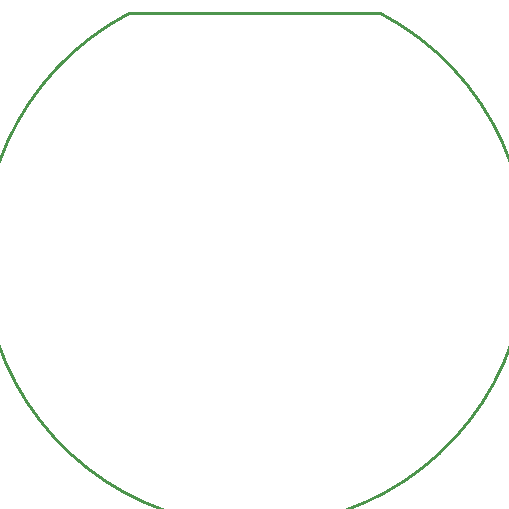
<source format=gko>
G04 Layer: BoardOutline*
G04 EasyEDA v6.3.22, 2020-02-05T09:45:25+02:00*
G04 0beb7f22875c416991f5e4e823d3f9f6,afbe6106ea7c444a8181c1b12ab228e2,10*
G04 Gerber Generator version 0.2*
G04 Scale: 100 percent, Rotated: No, Reflected: No *
G04 Dimensions in inches *
G04 leading zeros omitted , absolute positions ,2 integer and 4 decimal *
%FSLAX24Y24*%
%MOIN*%
G90*
G70D02*

%ADD10C,0.010000*%
G54D10*
G01X4886Y17093D02*
G01X13213Y17093D01*
G75*
G01X4886Y17093D02*
G03X13224Y17093I4169J-8038D01*
G01*

%LPD*%
M00*
M02*

</source>
